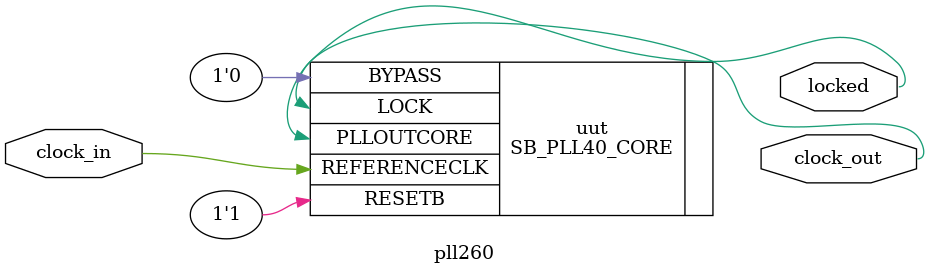
<source format=v>
/**
 * PLL configuration
 *
 * This Verilog module was generated automatically
 * using the icepll tool from the IceStorm project.
 * Use at your own risk.
 *
 * Given input frequency:        16.000 MHz
 * Requested output frequency:  267.000 MHz
 * Achieved output frequency:   272.000 MHz
 */

module pll260(
	input  clock_in,
	output clock_out,
	output locked
	);

SB_PLL40_CORE #(
		.FEEDBACK_PATH("SIMPLE"),
		.DIVR(4'b0000),		// DIVR =  0
		.DIVF(7'b0100001),	// DIVF = 33
		.DIVQ(3'b001),		// DIVQ =  1
		.FILTER_RANGE(3'b001)	// FILTER_RANGE = 1
	) uut (
		.LOCK(locked),
		.RESETB(1'b1),
		.BYPASS(1'b0),
		.REFERENCECLK(clock_in),
		.PLLOUTCORE(clock_out)
		);

endmodule

</source>
